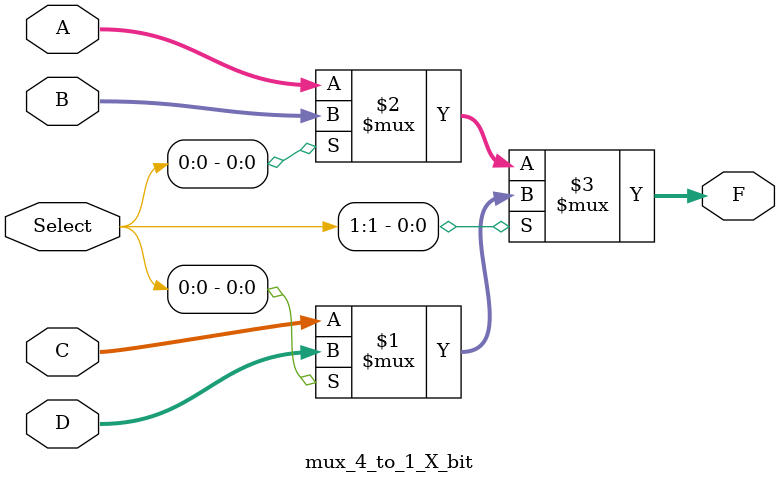
<source format=sv>
module mux_4_to_1_X_bit
	#(parameter width = 16) (
	input logic [width-1:0] A, B, C, D,
	input logic [1:0] Select,
	
	output logic [width-1:0] F
);
	assign F = Select[1] ? (Select[0] ? D : C) : (Select[0] ? B : A);
endmodule
</source>
